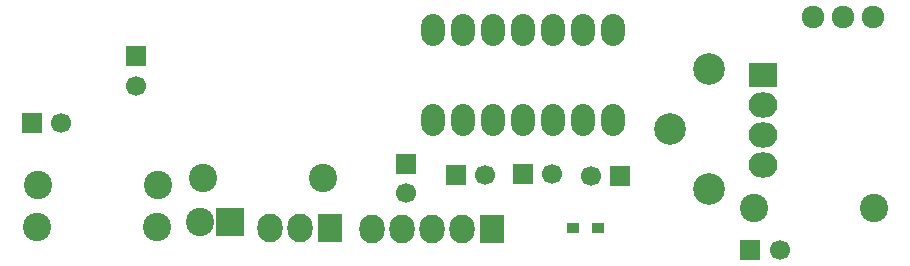
<source format=gbr>
G04 #@! TF.FileFunction,Soldermask,Bot*
%FSLAX46Y46*%
G04 Gerber Fmt 4.6, Leading zero omitted, Abs format (unit mm)*
G04 Created by KiCad (PCBNEW 4.0.2+dfsg1-stable) date Thu 01 Dec 2016 16:17:54 GMT*
%MOMM*%
G01*
G04 APERTURE LIST*
%ADD10C,0.100000*%
%ADD11R,1.700000X1.700000*%
%ADD12C,1.700000*%
%ADD13C,2.398980*%
%ADD14O,2.000000X2.700000*%
%ADD15R,0.990000X0.850000*%
%ADD16R,2.127200X2.432000*%
%ADD17O,2.127200X2.432000*%
%ADD18R,2.432000X2.127200*%
%ADD19O,2.432000X2.127200*%
%ADD20C,2.686000*%
%ADD21R,2.400000X2.400000*%
%ADD22C,2.400000*%
%ADD23C,1.924000*%
G04 APERTURE END LIST*
D10*
D11*
X142494000Y-72085200D03*
D12*
X142494000Y-74585200D03*
D11*
X175234600Y-82067400D03*
D12*
X177734600Y-82067400D03*
D11*
X169545000Y-82143600D03*
D12*
X172045000Y-82143600D03*
D11*
X165354000Y-81203800D03*
D12*
X165354000Y-83703800D03*
D11*
X183489600Y-82245200D03*
D12*
X180989600Y-82245200D03*
D11*
X133654800Y-77724000D03*
D12*
X136154800Y-77724000D03*
D13*
X144297400Y-86537800D03*
X134137400Y-86537800D03*
X144322800Y-83032600D03*
X134162800Y-83032600D03*
X148132800Y-82372200D03*
X158292800Y-82372200D03*
X204978000Y-84963000D03*
X194818000Y-84963000D03*
D14*
X167640000Y-77470000D03*
X170180000Y-77470000D03*
X172720000Y-77470000D03*
X175260000Y-77470000D03*
X177800000Y-77470000D03*
X180340000Y-77470000D03*
X182880000Y-77470000D03*
X182880000Y-69850000D03*
X180340000Y-69850000D03*
X177800000Y-69850000D03*
X175260000Y-69850000D03*
X172720000Y-69850000D03*
X170180000Y-69850000D03*
X167640000Y-69850000D03*
D15*
X179462800Y-86614000D03*
X181572800Y-86614000D03*
D16*
X172593000Y-86741000D03*
D17*
X170053000Y-86741000D03*
X167513000Y-86741000D03*
X164973000Y-86741000D03*
X162433000Y-86741000D03*
D18*
X195529200Y-73710800D03*
D19*
X195529200Y-76250800D03*
X195529200Y-78790800D03*
X195529200Y-81330800D03*
D20*
X191033400Y-83312000D03*
X191033400Y-73152000D03*
X187731400Y-78232000D03*
D21*
X150418800Y-86156800D03*
D22*
X147878800Y-86156800D03*
D23*
X202311000Y-68808600D03*
X204851000Y-68808600D03*
X199771000Y-68808600D03*
D11*
X194487800Y-88468200D03*
D12*
X196987800Y-88468200D03*
D16*
X158927800Y-86614000D03*
D17*
X156387800Y-86614000D03*
X153847800Y-86614000D03*
M02*

</source>
